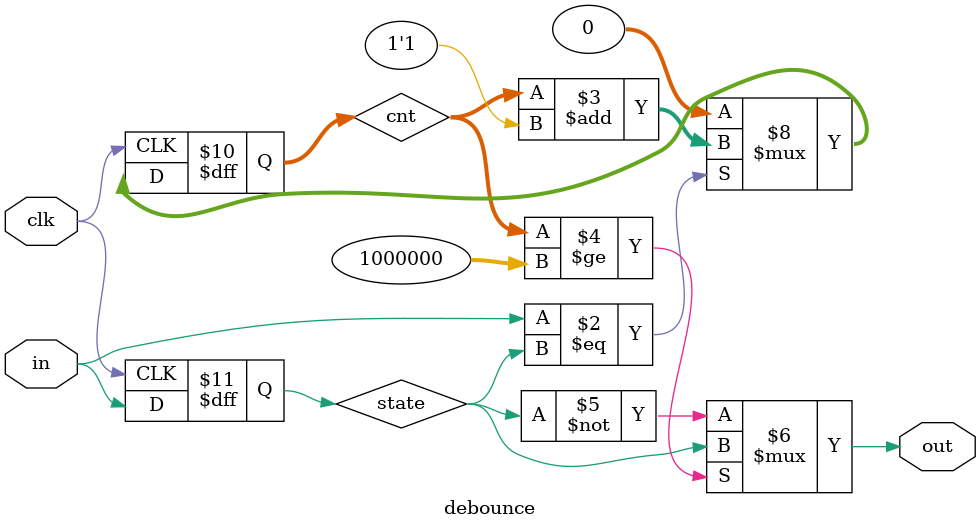
<source format=v>
module debounce(clk,in,out);
input  clk,in;
output out;

integer cnt;
reg state;

always @ (posedge clk) 
begin
if (in==state) cnt = cnt + 1'b1;
else cnt <= 0;

state<=in;
end
assign out= (cnt>=1000000) ? state : ~state;


endmodule
</source>
